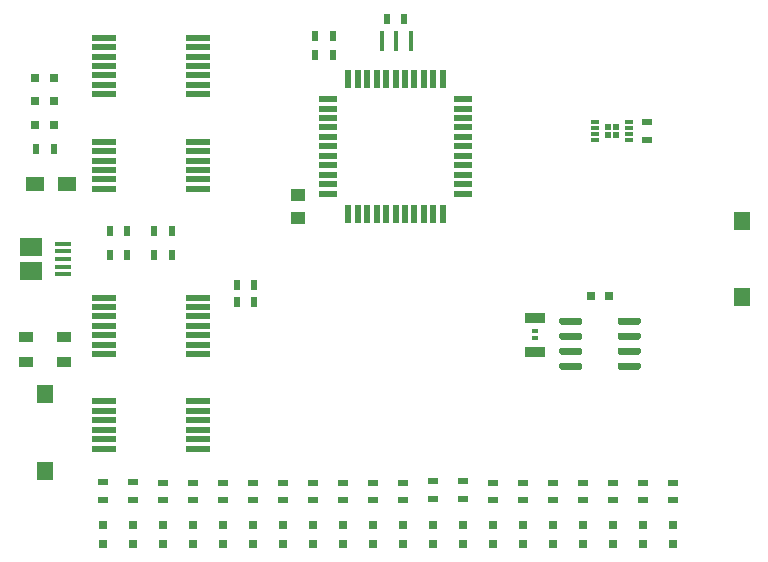
<source format=gbr>
%TF.GenerationSoftware,KiCad,Pcbnew,(5.1.10)-1*%
%TF.CreationDate,2022-12-04T16:44:26-08:00*%
%TF.ProjectId,project,70726f6a-6563-4742-9e6b-696361645f70,0.0*%
%TF.SameCoordinates,Original*%
%TF.FileFunction,Paste,Top*%
%TF.FilePolarity,Positive*%
%FSLAX46Y46*%
G04 Gerber Fmt 4.6, Leading zero omitted, Abs format (unit mm)*
G04 Created by KiCad (PCBNEW (5.1.10)-1) date 2022-12-04 16:44:26*
%MOMM*%
%LPD*%
G01*
G04 APERTURE LIST*
%ADD10R,0.900000X0.500000*%
%ADD11R,0.500000X0.600000*%
%ADD12R,0.750000X0.300000*%
%ADD13R,0.500000X0.900000*%
%ADD14R,1.300000X0.900000*%
%ADD15R,1.500000X1.300000*%
%ADD16R,0.800000X0.800000*%
%ADD17R,1.400000X1.500000*%
%ADD18R,0.400000X1.800000*%
%ADD19R,1.500000X0.550000*%
%ADD20R,0.550000X1.500000*%
%ADD21R,1.900000X1.500000*%
%ADD22R,1.350000X0.400000*%
%ADD23R,1.250000X1.000000*%
%ADD24R,2.000000X0.500000*%
%ADD25R,0.800000X0.750000*%
%ADD26R,0.600000X0.400000*%
%ADD27R,1.700000X0.900000*%
G04 APERTURE END LIST*
D10*
%TO.C,R30*%
X161000000Y-88750000D03*
X161000000Y-90250000D03*
%TD*%
D11*
%TO.C,U3*%
X157675000Y-89125000D03*
X157675000Y-89875000D03*
X158325000Y-89125000D03*
X158325000Y-89875000D03*
D12*
X156550000Y-90250000D03*
X156550000Y-89750000D03*
X156550000Y-89250000D03*
X156550000Y-88750000D03*
X159450000Y-88750000D03*
X159450000Y-89250000D03*
X159450000Y-89750000D03*
X159450000Y-90250000D03*
%TD*%
D13*
%TO.C,R21*%
X109250000Y-91000000D03*
X110750000Y-91000000D03*
%TD*%
%TO.C,R27*%
X127750000Y-104000000D03*
X126250000Y-104000000D03*
%TD*%
D14*
%TO.C,LED1*%
X108410000Y-106930000D03*
X108410000Y-109070000D03*
X111590000Y-109070000D03*
X111590000Y-106930000D03*
%TD*%
D15*
%TO.C,F1*%
X109150000Y-94000000D03*
X111850000Y-94000000D03*
%TD*%
D16*
%TO.C,D22*%
X110800000Y-89000000D03*
X109200000Y-89000000D03*
%TD*%
D17*
%TO.C,SW1*%
X169000000Y-103580000D03*
X169000000Y-97080000D03*
%TD*%
D13*
%TO.C,R22*%
X132900000Y-83100000D03*
X134400000Y-83100000D03*
%TD*%
D16*
%TO.C,D1*%
X114935000Y-124460000D03*
X114935000Y-122860000D03*
%TD*%
%TO.C,D21*%
X110800000Y-85000000D03*
X109200000Y-85000000D03*
%TD*%
%TO.C,D23*%
X110800000Y-87000000D03*
X109200000Y-87000000D03*
%TD*%
%TO.C,D11*%
X140335000Y-124460000D03*
X140335000Y-122860000D03*
%TD*%
%TO.C,D2*%
X117475000Y-124460000D03*
X117475000Y-122860000D03*
%TD*%
%TO.C,D12*%
X142875000Y-124460000D03*
X142875000Y-122860000D03*
%TD*%
%TO.C,D3*%
X120015000Y-124460000D03*
X120015000Y-122860000D03*
%TD*%
%TO.C,D13*%
X145415000Y-124460000D03*
X145415000Y-122860000D03*
%TD*%
%TO.C,D4*%
X122555000Y-124460000D03*
X122555000Y-122860000D03*
%TD*%
%TO.C,D14*%
X147955000Y-124460000D03*
X147955000Y-122860000D03*
%TD*%
%TO.C,D5*%
X125095000Y-124460000D03*
X125095000Y-122860000D03*
%TD*%
%TO.C,D15*%
X150495000Y-124460000D03*
X150495000Y-122860000D03*
%TD*%
%TO.C,D6*%
X127635000Y-124460000D03*
X127635000Y-122860000D03*
%TD*%
%TO.C,D16*%
X153035000Y-124460000D03*
X153035000Y-122860000D03*
%TD*%
%TO.C,D7*%
X130175000Y-124460000D03*
X130175000Y-122860000D03*
%TD*%
%TO.C,D17*%
X155575000Y-124460000D03*
X155575000Y-122860000D03*
%TD*%
%TO.C,D8*%
X132715000Y-124460000D03*
X132715000Y-122860000D03*
%TD*%
%TO.C,D18*%
X158115000Y-124460000D03*
X158115000Y-122860000D03*
%TD*%
%TO.C,D9*%
X135255000Y-124460000D03*
X135255000Y-122860000D03*
%TD*%
%TO.C,D19*%
X160655000Y-124460000D03*
X160655000Y-122860000D03*
%TD*%
%TO.C,D10*%
X137795000Y-124460000D03*
X137795000Y-122860000D03*
%TD*%
%TO.C,D20*%
X163195000Y-124460000D03*
X163195000Y-122860000D03*
%TD*%
D10*
%TO.C,R11*%
X140335000Y-119265000D03*
X140335000Y-120765000D03*
%TD*%
D13*
%TO.C,R23*%
X132900000Y-81500000D03*
X134400000Y-81500000D03*
%TD*%
%TO.C,R24*%
X119250000Y-100000000D03*
X120750000Y-100000000D03*
%TD*%
%TO.C,R25*%
X119250000Y-98000000D03*
X120750000Y-98000000D03*
%TD*%
%TO.C,R26*%
X138950000Y-80010000D03*
X140450000Y-80010000D03*
%TD*%
%TO.C,RV1*%
X115500000Y-100000000D03*
X117000000Y-100000000D03*
%TD*%
%TO.C,RV2*%
X115500000Y-98000000D03*
X117000000Y-98000000D03*
%TD*%
D10*
%TO.C,R1*%
X114935000Y-119250000D03*
X114935000Y-120750000D03*
%TD*%
%TO.C,R2*%
X117475000Y-119250000D03*
X117475000Y-120750000D03*
%TD*%
%TO.C,R12*%
X142875000Y-119150000D03*
X142875000Y-120650000D03*
%TD*%
%TO.C,R3*%
X120015000Y-119265000D03*
X120015000Y-120765000D03*
%TD*%
%TO.C,R13*%
X145415000Y-119150000D03*
X145415000Y-120650000D03*
%TD*%
%TO.C,R4*%
X122555000Y-119265000D03*
X122555000Y-120765000D03*
%TD*%
%TO.C,R14*%
X147955000Y-119265000D03*
X147955000Y-120765000D03*
%TD*%
%TO.C,R5*%
X125095000Y-119265000D03*
X125095000Y-120765000D03*
%TD*%
%TO.C,R15*%
X150495000Y-119265000D03*
X150495000Y-120765000D03*
%TD*%
%TO.C,R6*%
X127635000Y-119265000D03*
X127635000Y-120765000D03*
%TD*%
%TO.C,R16*%
X153035000Y-119265000D03*
X153035000Y-120765000D03*
%TD*%
%TO.C,R7*%
X130175000Y-119265000D03*
X130175000Y-120765000D03*
%TD*%
%TO.C,R17*%
X155575000Y-119265000D03*
X155575000Y-120765000D03*
%TD*%
%TO.C,R8*%
X132715000Y-119265000D03*
X132715000Y-120765000D03*
%TD*%
%TO.C,R18*%
X158115000Y-119265000D03*
X158115000Y-120765000D03*
%TD*%
%TO.C,R9*%
X135255000Y-119265000D03*
X135255000Y-120765000D03*
%TD*%
%TO.C,R19*%
X160655000Y-119265000D03*
X160655000Y-120765000D03*
%TD*%
%TO.C,R10*%
X137795000Y-119265000D03*
X137795000Y-120765000D03*
%TD*%
%TO.C,R20*%
X163195000Y-119265000D03*
X163195000Y-120765000D03*
%TD*%
D18*
%TO.C,Y1*%
X140970000Y-81915000D03*
X139770000Y-81915000D03*
X138570000Y-81915000D03*
%TD*%
D19*
%TO.C,U1*%
X145400000Y-94805000D03*
X145400000Y-94005000D03*
X145400000Y-93205000D03*
X145400000Y-92405000D03*
X145400000Y-91605000D03*
X145400000Y-90805000D03*
X145400000Y-90005000D03*
X145400000Y-89205000D03*
X145400000Y-88405000D03*
X145400000Y-87605000D03*
X145400000Y-86805000D03*
D20*
X143700000Y-85105000D03*
X142900000Y-85105000D03*
X142100000Y-85105000D03*
X141300000Y-85105000D03*
X140500000Y-85105000D03*
X139700000Y-85105000D03*
X138900000Y-85105000D03*
X138100000Y-85105000D03*
X137300000Y-85105000D03*
X136500000Y-85105000D03*
X135700000Y-85105000D03*
D19*
X134000000Y-86805000D03*
X134000000Y-87605000D03*
X134000000Y-88405000D03*
X134000000Y-89205000D03*
X134000000Y-90005000D03*
X134000000Y-90805000D03*
X134000000Y-91605000D03*
X134000000Y-92405000D03*
X134000000Y-93205000D03*
X134000000Y-94005000D03*
X134000000Y-94805000D03*
D20*
X135700000Y-96505000D03*
X136500000Y-96505000D03*
X137300000Y-96505000D03*
X138100000Y-96505000D03*
X138900000Y-96505000D03*
X139700000Y-96505000D03*
X140500000Y-96505000D03*
X141300000Y-96505000D03*
X142100000Y-96505000D03*
X142900000Y-96505000D03*
X143700000Y-96505000D03*
%TD*%
D21*
%TO.C,J1*%
X108870000Y-99330000D03*
D22*
X111570000Y-100330000D03*
X111570000Y-100980000D03*
X111570000Y-101630000D03*
X111570000Y-99030000D03*
X111570000Y-99680000D03*
D21*
X108870000Y-101330000D03*
%TD*%
D23*
%TO.C,C1*%
X131445000Y-96885000D03*
X131445000Y-94885000D03*
%TD*%
D24*
%TO.C,X1*%
X123000000Y-94400000D03*
X115000000Y-94400000D03*
X123000000Y-93600000D03*
X115000000Y-93600000D03*
X123000000Y-92800000D03*
X115000000Y-92800000D03*
X123000000Y-92000000D03*
X115000000Y-92000000D03*
X123000000Y-91200000D03*
X115000000Y-91200000D03*
X123000000Y-90400000D03*
X115000000Y-90400000D03*
X123000000Y-86400000D03*
X115000000Y-86400000D03*
X123000000Y-85600000D03*
X115000000Y-85600000D03*
X123000000Y-84800000D03*
X115000000Y-84800000D03*
X123000000Y-84000000D03*
X115000000Y-84000000D03*
X123000000Y-83200000D03*
X115000000Y-83200000D03*
X123000000Y-82400000D03*
X115000000Y-82400000D03*
X123000000Y-81600000D03*
X115000000Y-81600000D03*
%TD*%
%TO.C,X2*%
X115000000Y-103600000D03*
X123000000Y-103600000D03*
X115000000Y-104400000D03*
X123000000Y-104400000D03*
X115000000Y-105200000D03*
X123000000Y-105200000D03*
X115000000Y-106000000D03*
X123000000Y-106000000D03*
X115000000Y-106800000D03*
X123000000Y-106800000D03*
X115000000Y-107600000D03*
X123000000Y-107600000D03*
X115000000Y-108400000D03*
X123000000Y-108400000D03*
X115000000Y-112400000D03*
X123000000Y-112400000D03*
X115000000Y-113200000D03*
X123000000Y-113200000D03*
X115000000Y-114000000D03*
X123000000Y-114000000D03*
X115000000Y-114800000D03*
X123000000Y-114800000D03*
X115000000Y-115600000D03*
X123000000Y-115600000D03*
X115000000Y-116400000D03*
X123000000Y-116400000D03*
%TD*%
D13*
%TO.C,R28*%
X126250000Y-102500000D03*
X127750000Y-102500000D03*
%TD*%
D17*
%TO.C,SW2*%
X110000000Y-118250000D03*
X110000000Y-111750000D03*
%TD*%
D25*
%TO.C,C2*%
X157750000Y-103500000D03*
X156250000Y-103500000D03*
%TD*%
D26*
%TO.C,JP1*%
X151500000Y-106450000D03*
X151500000Y-107050000D03*
%TD*%
D27*
%TO.C,R29*%
X151500000Y-105300000D03*
X151500000Y-108200000D03*
%TD*%
%TO.C,U2*%
G36*
G01*
X160450000Y-109255000D02*
X160450000Y-109555000D01*
G75*
G02*
X160300000Y-109705000I-150000J0D01*
G01*
X158650000Y-109705000D01*
G75*
G02*
X158500000Y-109555000I0J150000D01*
G01*
X158500000Y-109255000D01*
G75*
G02*
X158650000Y-109105000I150000J0D01*
G01*
X160300000Y-109105000D01*
G75*
G02*
X160450000Y-109255000I0J-150000D01*
G01*
G37*
G36*
G01*
X160450000Y-107985000D02*
X160450000Y-108285000D01*
G75*
G02*
X160300000Y-108435000I-150000J0D01*
G01*
X158650000Y-108435000D01*
G75*
G02*
X158500000Y-108285000I0J150000D01*
G01*
X158500000Y-107985000D01*
G75*
G02*
X158650000Y-107835000I150000J0D01*
G01*
X160300000Y-107835000D01*
G75*
G02*
X160450000Y-107985000I0J-150000D01*
G01*
G37*
G36*
G01*
X160450000Y-106715000D02*
X160450000Y-107015000D01*
G75*
G02*
X160300000Y-107165000I-150000J0D01*
G01*
X158650000Y-107165000D01*
G75*
G02*
X158500000Y-107015000I0J150000D01*
G01*
X158500000Y-106715000D01*
G75*
G02*
X158650000Y-106565000I150000J0D01*
G01*
X160300000Y-106565000D01*
G75*
G02*
X160450000Y-106715000I0J-150000D01*
G01*
G37*
G36*
G01*
X160450000Y-105445000D02*
X160450000Y-105745000D01*
G75*
G02*
X160300000Y-105895000I-150000J0D01*
G01*
X158650000Y-105895000D01*
G75*
G02*
X158500000Y-105745000I0J150000D01*
G01*
X158500000Y-105445000D01*
G75*
G02*
X158650000Y-105295000I150000J0D01*
G01*
X160300000Y-105295000D01*
G75*
G02*
X160450000Y-105445000I0J-150000D01*
G01*
G37*
G36*
G01*
X155500000Y-105445000D02*
X155500000Y-105745000D01*
G75*
G02*
X155350000Y-105895000I-150000J0D01*
G01*
X153700000Y-105895000D01*
G75*
G02*
X153550000Y-105745000I0J150000D01*
G01*
X153550000Y-105445000D01*
G75*
G02*
X153700000Y-105295000I150000J0D01*
G01*
X155350000Y-105295000D01*
G75*
G02*
X155500000Y-105445000I0J-150000D01*
G01*
G37*
G36*
G01*
X155500000Y-106715000D02*
X155500000Y-107015000D01*
G75*
G02*
X155350000Y-107165000I-150000J0D01*
G01*
X153700000Y-107165000D01*
G75*
G02*
X153550000Y-107015000I0J150000D01*
G01*
X153550000Y-106715000D01*
G75*
G02*
X153700000Y-106565000I150000J0D01*
G01*
X155350000Y-106565000D01*
G75*
G02*
X155500000Y-106715000I0J-150000D01*
G01*
G37*
G36*
G01*
X155500000Y-107985000D02*
X155500000Y-108285000D01*
G75*
G02*
X155350000Y-108435000I-150000J0D01*
G01*
X153700000Y-108435000D01*
G75*
G02*
X153550000Y-108285000I0J150000D01*
G01*
X153550000Y-107985000D01*
G75*
G02*
X153700000Y-107835000I150000J0D01*
G01*
X155350000Y-107835000D01*
G75*
G02*
X155500000Y-107985000I0J-150000D01*
G01*
G37*
G36*
G01*
X155500000Y-109255000D02*
X155500000Y-109555000D01*
G75*
G02*
X155350000Y-109705000I-150000J0D01*
G01*
X153700000Y-109705000D01*
G75*
G02*
X153550000Y-109555000I0J150000D01*
G01*
X153550000Y-109255000D01*
G75*
G02*
X153700000Y-109105000I150000J0D01*
G01*
X155350000Y-109105000D01*
G75*
G02*
X155500000Y-109255000I0J-150000D01*
G01*
G37*
%TD*%
M02*

</source>
